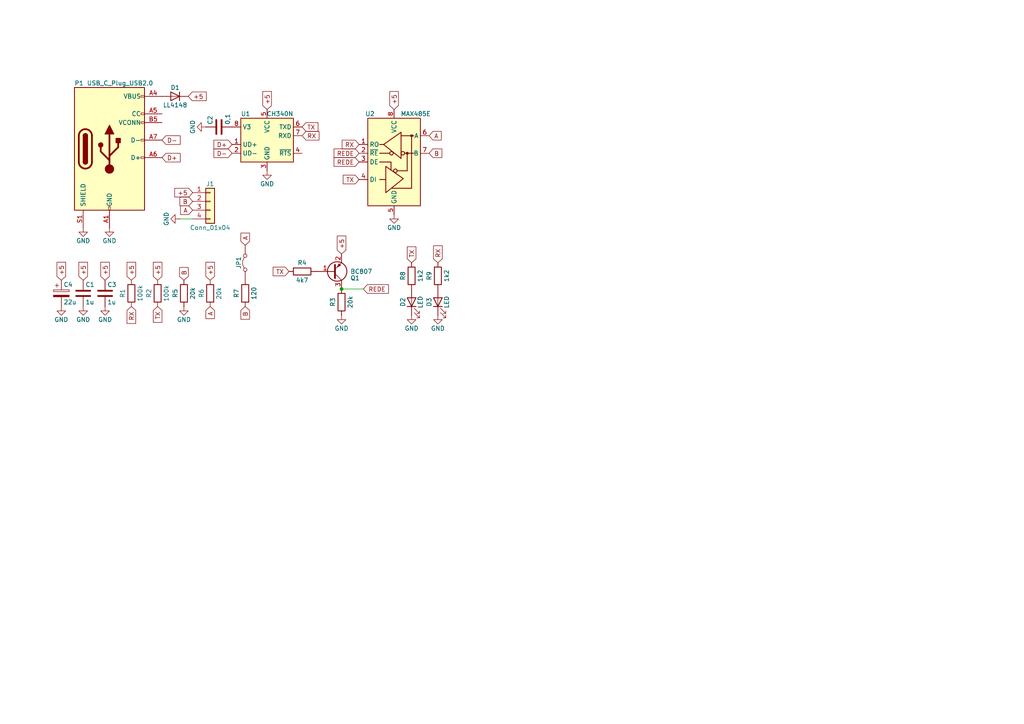
<source format=kicad_sch>
(kicad_sch (version 20231120) (generator "eeschema") (generator_version "8.0")
  (paper "A4")
  (lib_symbols
    (symbol "Connector:USB_C_Plug_USB2.0" (pin_names (offset 1.016))
      (property "Reference" "P" (at -10.16 19.05 0))
      (property "Value" "USB_C_Plug_USB2.0" (at 12.7 19.05 0))
      (symbol "USB_C_Plug_USB2.0_0_0"
        (rectangle (start -0.254 -17.78) (end 0.254 -16.764))
        (rectangle (start 10.16 -2.286) (end 9.144 -2.794))
        (rectangle (start 10.16 2.794) (end 9.144 2.286))
        (rectangle (start 10.16 7.874) (end 9.144 7.366))
        (rectangle (start 10.16 10.414) (end 9.144 9.906))
        (rectangle (start 10.16 15.494) (end 9.144 14.986))
      )
      (symbol "USB_C_Plug_USB2.0_0_1"
        (rectangle (start -10.16 17.78) (end 10.16 -17.78) (stroke (width 0.254)) (fill (type background)))
        (arc (start -8.89 -3.81) (mid -6.985 -5.7067) (end -5.08 -3.81) (stroke (width 0.508)))
        (arc (start -7.62 -3.81) (mid -6.985 -4.4423) (end -6.35 -3.81) (stroke (width 0.254)))
        (arc (start -7.62 -3.81) (mid -6.985 -4.4423) (end -6.35 -3.81) (stroke (width 0.254)) (fill (type outline)))
        (rectangle (start -7.62 -3.81) (end -6.35 3.81) (stroke (width 0.254)) (fill (type outline)))
        (arc (start -6.35 3.81) (mid -6.985 4.4423) (end -7.62 3.81) (stroke (width 0.254)))
        (arc (start -6.35 3.81) (mid -6.985 4.4423) (end -7.62 3.81) (stroke (width 0.254)) (fill (type outline)))
        (arc (start -5.08 3.81) (mid -6.985 5.7067) (end -8.89 3.81) (stroke (width 0.508)))
        (circle (center -2.54 1.143) (radius 0.635) (stroke (width 0.254)) (fill (type outline)))
        (circle (center 0 -5.842) (radius 1.27) (fill (type outline)))
        (polyline (pts (xy -8.89 -3.81) (xy -8.89 3.81)) (stroke (width 0.508)))
        (polyline (pts (xy -5.08 3.81) (xy -5.08 -3.81)) (stroke (width 0.508)))
        (polyline (pts (xy 0 -5.842) (xy 0 4.318)) (stroke (width 0.508)))
        (polyline (pts (xy 0 -3.302) (xy -2.54 -0.762) (xy -2.54 0.508)) (stroke (width 0.508)))
        (polyline (pts (xy 0 -2.032) (xy 2.54 0.508) (xy 2.54 1.778)) (stroke (width 0.508)))
        (polyline (pts (xy -1.27 4.318) (xy 0 6.858) (xy 1.27 4.318) (xy -1.27 4.318)) (stroke (width 0.254)) (fill (type outline)))
        (rectangle (start 1.905 1.778) (end 3.175 3.048) (stroke (width 0.254)) (fill (type outline)))
      )
      (symbol "USB_C_Plug_USB2.0_1_1"
        (pin passive line (at 0 -22.86 90) (length 5.08) (name "GND") (number "A1"))
        (pin passive line (at 0 -22.86 90) (length 5.08) hide (name "GND") (number "A12"))
        (pin passive line (at 15.24 15.24 180) (length 5.08) (name "VBUS") (number "A4"))
        (pin bidirectional line (at 15.24 10.16 180) (length 5.08) (name "CC") (number "A5"))
        (pin bidirectional line (at 15.24 -2.54 180) (length 5.08) (name "D+") (number "A6"))
        (pin bidirectional line (at 15.24 2.54 180) (length 5.08) (name "D-") (number "A7"))
        (pin passive line (at 15.24 15.24 180) (length 5.08) hide (name "VBUS") (number "A9"))
        (pin passive line (at 0 -22.86 90) (length 5.08) hide (name "GND") (number "B1"))
        (pin passive line (at 0 -22.86 90) (length 5.08) hide (name "GND") (number "B12"))
        (pin passive line (at 15.24 15.24 180) (length 5.08) hide (name "VBUS") (number "B4"))
        (pin bidirectional line (at 15.24 7.62 180) (length 5.08) (name "VCONN") (number "B5"))
        (pin passive line (at 15.24 15.24 180) (length 5.08) hide (name "VBUS") (number "B9"))
        (pin passive line (at -7.62 -22.86 90) (length 5.08) (name "SHIELD") (number "S1"))
      )
    )
    (symbol "Connector_Generic:Conn_01x04" (pin_names (offset 1.016) hide)
      (property "Reference" "J" (at 0 5.08 0))
      (property "Value" "Conn_01x04" (at 0 -7.62 0))
      (symbol "Conn_01x04_1_1"
        (rectangle (start -1.27 -4.953) (end 0 -5.207) (stroke (width 0.1524)))
        (rectangle (start -1.27 -2.413) (end 0 -2.667) (stroke (width 0.1524)))
        (rectangle (start -1.27 0.127) (end 0 -0.127) (stroke (width 0.1524)))
        (rectangle (start -1.27 2.667) (end 0 2.413) (stroke (width 0.1524)))
        (rectangle (start -1.27 3.81) (end 1.27 -6.35) (stroke (width 0.254)) (fill (type background)))
        (pin passive line (at -5.08 2.54 0) (length 3.81) (name "Pin_1") (number "1"))
        (pin passive line (at -5.08 0 0) (length 3.81) (name "Pin_2") (number "2"))
        (pin passive line (at -5.08 -2.54 0) (length 3.81) (name "Pin_3") (number "3"))
        (pin passive line (at -5.08 -5.08 0) (length 3.81) (name "Pin_4") (number "4"))
      )
    )
    (symbol "Device:C" (pin_numbers hide) (pin_names (offset 0.254))
      (property "Reference" "C" (at 0.635 2.54 0))
      (property "Value" "C" (at 0.635 -2.54 0))
      (symbol "C_0_1"
        (polyline (pts (xy -2.032 -0.762) (xy 2.032 -0.762)) (stroke (width 0.508)))
        (polyline (pts (xy -2.032 0.762) (xy 2.032 0.762)) (stroke (width 0.508)))
      )
      (symbol "C_1_1"
        (pin passive line (at 0 3.81 270) (length 2.794) (name "~") (number "1"))
        (pin passive line (at 0 -3.81 90) (length 2.794) (name "~") (number "2"))
      )
    )
    (symbol "Device:C_Polarized" (pin_numbers hide) (pin_names (offset 0.254))
      (property "Reference" "C" (at 0.635 2.54 0))
      (property "Value" "C_Polarized" (at 0.635 -2.54 0))
      (symbol "C_Polarized_0_1"
        (rectangle (start -2.286 0.508) (end 2.286 1.016))
        (polyline (pts (xy -1.778 2.286) (xy -0.762 2.286)))
        (polyline (pts (xy -1.27 2.794) (xy -1.27 1.778)))
        (rectangle (start 2.286 -0.508) (end -2.286 -1.016) (fill (type outline)))
      )
      (symbol "C_Polarized_1_1"
        (pin passive line (at 0 3.81 270) (length 2.794) (name "~") (number "1"))
        (pin passive line (at 0 -3.81 90) (length 2.794) (name "~") (number "2"))
      )
    )
    (symbol "Device:LED" (pin_numbers hide) (pin_names (offset 1.016) hide)
      (property "Reference" "D" (at 0 2.54 0))
      (property "Value" "LED" (at 0 -2.54 0))
      (symbol "LED_0_1"
        (polyline (pts (xy -1.27 -1.27) (xy -1.27 1.27)) (stroke (width 0.254)))
        (polyline (pts (xy -1.27 0) (xy 1.27 0)))
        (polyline (pts (xy 1.27 -1.27) (xy 1.27 1.27) (xy -1.27 0) (xy 1.27 -1.27)) (stroke (width 0.254)))
        (polyline (pts (xy -3.048 -0.762) (xy -4.572 -2.286) (xy -3.81 -2.286) (xy -4.572 -2.286) (xy -4.572 -1.524)))
        (polyline (pts (xy -1.778 -0.762) (xy -3.302 -2.286) (xy -2.54 -2.286) (xy -3.302 -2.286) (xy -3.302 -1.524)))
      )
      (symbol "LED_1_1"
        (pin passive line (at -3.81 0 0) (length 2.54) (name "K") (number "1"))
        (pin passive line (at 3.81 0 180) (length 2.54) (name "A") (number "2"))
      )
    )
    (symbol "Device:R" (pin_numbers hide) (pin_names (offset 0))
      (property "Reference" "R" (at 2.032 0 90))
      (property "Value" "R" (at 0 0 90))
      (symbol "R_0_1"
        (rectangle (start -1.016 -2.54) (end 1.016 2.54) (stroke (width 0.254)))
      )
      (symbol "R_1_1"
        (pin passive line (at 0 3.81 270) (length 1.27) (name "~") (number "1"))
        (pin passive line (at 0 -3.81 90) (length 1.27) (name "~") (number "2"))
      )
    )
    (symbol "Diode:LL4148" (pin_numbers hide) (pin_names hide)
      (property "Reference" "D" (at 0 2.54 0))
      (property "Value" "LL4148" (at 0 -2.54 0))
      (symbol "LL4148_0_1"
        (polyline (pts (xy -1.27 1.27) (xy -1.27 -1.27)) (stroke (width 0.254)))
        (polyline (pts (xy 1.27 0) (xy -1.27 0)))
        (polyline (pts (xy 1.27 1.27) (xy 1.27 -1.27) (xy -1.27 0) (xy 1.27 1.27)) (stroke (width 0.254)))
      )
      (symbol "LL4148_1_1"
        (pin passive line (at -3.81 0 0) (length 2.54) (name "K") (number "1"))
        (pin passive line (at 3.81 0 180) (length 2.54) (name "A") (number "2"))
      )
    )
    (symbol "Interface_UART:MAX485E"
      (property "Reference" "U" (at -6.985 13.97 0))
      (property "Value" "MAX485E" (at 1.905 13.97 0))
      (symbol "MAX485E_0_1"
        (rectangle (start -7.62 12.7) (end 7.62 -12.7) (stroke (width 0.254)) (fill (type background)))
        (polyline (pts (xy -4.191 2.54) (xy -1.27 2.54)) (stroke (width 0.254)))
        (polyline (pts (xy -2.54 -5.08) (xy -4.191 -5.08)) (stroke (width 0.254)))
        (polyline (pts (xy -0.635 -7.62) (xy 5.08 -7.62)) (stroke (width 0.254)))
        (polyline (pts (xy 0.889 -2.54) (xy 3.81 -2.54)) (stroke (width 0.254)))
        (polyline (pts (xy 2.032 7.62) (xy 5.715 7.62)) (stroke (width 0.254)))
        (polyline (pts (xy 3.048 2.54) (xy 5.715 2.54)) (stroke (width 0.254)))
        (polyline (pts (xy 3.81 -2.54) (xy 3.81 2.54)) (stroke (width 0.254)))
        (polyline (pts (xy 5.08 -7.62) (xy 5.08 7.62)) (stroke (width 0.254)))
        (polyline (pts (xy -4.191 0) (xy -0.889 0) (xy -0.889 -2.286)) (stroke (width 0.254)))
        (polyline (pts (xy -3.175 5.08) (xy -4.191 5.08) (xy -4.064 5.08)) (stroke (width 0.254)))
        (polyline (pts (xy -2.413 -5.08) (xy -2.413 -1.27) (xy 2.667 -4.826) (xy -2.413 -8.89) (xy -2.413 -5.08)) (stroke (width 0.254)))
        (circle (center 0.381 -2.54) (radius 0.508) (stroke (width 0.254)))
        (circle (center 3.81 2.54) (radius 0.2794) (stroke (width 0.254)) (fill (type outline)))
      )
      (symbol "MAX485E_1_1"
        (circle (center -0.762 2.54) (radius 0.508) (stroke (width 0.254)))
        (polyline (pts (xy 2.032 4.826) (xy 2.032 8.636) (xy -3.048 5.08) (xy 2.032 1.016) (xy 2.032 4.826)) (stroke (width 0.254)))
        (circle (center 2.54 2.54) (radius 0.508) (stroke (width 0.254)))
        (circle (center 5.08 7.62) (radius 0.2794) (stroke (width 0.254)) (fill (type outline)))
        (pin output line (at -10.16 5.08 0) (length 2.54) (name "RO") (number "1"))
        (pin input line (at -10.16 2.54 0) (length 2.54) (name "~{RE}") (number "2"))
        (pin input line (at -10.16 0 0) (length 2.54) (name "DE") (number "3"))
        (pin input line (at -10.16 -5.08 0) (length 2.54) (name "DI") (number "4"))
        (pin power_in line (at 0 -15.24 90) (length 2.54) (name "GND") (number "5"))
        (pin bidirectional line (at 10.16 7.62 180) (length 2.54) (name "A") (number "6"))
        (pin bidirectional line (at 10.16 2.54 180) (length 2.54) (name "B") (number "7"))
        (pin power_in line (at 0 15.24 270) (length 2.54) (name "VCC") (number "8"))
      )
    )
    (symbol "Interface_USB:CH340N"
      (property "Reference" "U" (at -7.62 6.35 0))
      (property "Value" "CH340N" (at 7.62 6.35 0))
      (symbol "CH340N_0_1"
        (rectangle (start -7.62 5.08) (end 7.62 -7.62) (stroke (width 0.254)) (fill (type background)))
      )
      (symbol "CH340N_1_1"
        (pin bidirectional line (at -10.16 -2.54 0) (length 2.54) (name "UD+") (number "1"))
        (pin bidirectional line (at -10.16 -5.08 0) (length 2.54) (name "UD-") (number "2"))
        (pin power_in line (at 0 -10.16 90) (length 2.54) (name "GND") (number "3"))
        (pin output line (at 10.16 -5.08 180) (length 2.54) (name "~{RTS}") (number "4"))
        (pin power_in line (at 0 7.62 270) (length 2.54) (name "VCC") (number "5"))
        (pin output line (at 10.16 2.54 180) (length 2.54) (name "TXD") (number "6"))
        (pin input line (at 10.16 0 180) (length 2.54) (name "RXD") (number "7"))
        (pin passive line (at -10.16 2.54 0) (length 2.54) (name "V3") (number "8"))
      )
    )
    (symbol "Jumper:Jumper_2_Bridged" (pin_numbers hide) (pin_names (offset 0) hide) (exclude_from_sim yes)
      (property "Reference" "JP" (at 0 1.905 0))
      (property "Value" "Jumper_2_Bridged" (at 0 -2.54 0))
      (symbol "Jumper_2_Bridged_0_0"
        (circle (center -2.032 0) (radius 0.508))
        (circle (center 2.032 0) (radius 0.508))
      )
      (symbol "Jumper_2_Bridged_0_1"
        (arc (start 1.524 0.254) (mid 0 0.762) (end -1.524 0.254))
      )
      (symbol "Jumper_2_Bridged_1_1"
        (pin passive line (at -5.08 0 0) (length 2.54) (name "A") (number "1"))
        (pin passive line (at 5.08 0 180) (length 2.54) (name "B") (number "2"))
      )
    )
    (symbol "Transistor_BJT:BC807" (pin_names (offset 0) hide)
      (property "Reference" "Q" (at 5.08 1.905 0))
      (property "Value" "BC807" (at 5.08 0 0))
      (symbol "BC807_0_1"
        (polyline (pts (xy 0.635 0.635) (xy 2.54 2.54)))
        (polyline (pts (xy 0.635 -0.635) (xy 2.54 -2.54) (xy 2.54 -2.54)))
        (polyline (pts (xy 0.635 1.905) (xy 0.635 -1.905) (xy 0.635 -1.905)) (stroke (width 0.508)))
        (polyline (pts (xy 2.286 -1.778) (xy 1.778 -2.286) (xy 1.27 -1.27) (xy 2.286 -1.778) (xy 2.286 -1.778)) (fill (type outline)))
        (circle (center 1.27 0) (radius 2.8194) (stroke (width 0.254)))
      )
      (symbol "BC807_1_1"
        (pin input line (at -5.08 0 0) (length 5.715) (name "B") (number "1"))
        (pin passive line (at 2.54 -5.08 90) (length 2.54) (name "E") (number "2"))
        (pin passive line (at 2.54 5.08 270) (length 2.54) (name "C") (number "3"))
      )
    )
    (symbol "power:GND" (power) (pin_numbers hide) (pin_names (offset 0) hide)
      (property "Value" "GND" (at 0 -3.81 0))
      (symbol "GND_0_1"
        (polyline (pts (xy 0 0) (xy 0 -1.27) (xy 1.27 -1.27) (xy 0 -2.54) (xy -1.27 -1.27) (xy 0 -1.27)))
      )
      (symbol "GND_1_1"
        (pin power_in line (at 0 0 270) (length 0) (name "~") (number "1"))
      )
    )
  )
  (junction (at 99.06 83.82))
  (wire (pts (xy 105.41 83.82) (xy 99.06 83.82)))
  (wire (pts (xy 52.07 63.5) (xy 55.88 63.5)))
  (global_label "RX" (shape input) (at 38.1 88.9 270) (property "Intersheetrefs" "${INTERSHEET_REFS}" (effects (hide yes))))
  (global_label "B" (shape input) (at 124.46 44.45 0) (property "Intersheetrefs" "${INTERSHEET_REFS}" (effects (hide yes))))
  (global_label "+5" (shape input) (at 24.13 81.28 90) (property "Intersheetrefs" "${INTERSHEET_REFS}" (effects (hide yes))))
  (global_label "A" (shape input) (at 124.46 39.37 0) (property "Intersheetrefs" "${INTERSHEET_REFS}" (effects (hide yes))))
  (global_label "REDE" (shape input) (at 104.14 44.45 180) (property "Intersheetrefs" "${INTERSHEET_REFS}" (effects (hide yes))))
  (global_label "+5" (shape input) (at 60.96 81.28 90) (property "Intersheetrefs" "${INTERSHEET_REFS}" (effects (hide yes))))
  (global_label "D-" (shape input) (at 46.99 40.64 0) (property "Intersheetrefs" "${INTERSHEET_REFS}" (effects (hide yes))))
  (global_label "B" (shape input) (at 53.34 81.28 90) (property "Intersheetrefs" "${INTERSHEET_REFS}" (effects (hide yes))))
  (global_label "A" (shape input) (at 60.96 88.9 270) (property "Intersheetrefs" "${INTERSHEET_REFS}" (effects (hide yes))))
  (global_label "TX" (shape input) (at 104.14 52.07 180) (property "Intersheetrefs" "${INTERSHEET_REFS}" (effects (hide yes))))
  (global_label "REDE" (shape input) (at 105.41 83.82 0) (property "Intersheetrefs" "${INTERSHEET_REFS}" (effects (hide yes))))
  (global_label "+5" (shape input) (at 55.88 55.88 180) (property "Intersheetrefs" "${INTERSHEET_REFS}" (effects (hide yes))))
  (global_label "TX" (shape input) (at 119.38 76.2 90) (property "Intersheetrefs" "${INTERSHEET_REFS}" (effects (hide yes))))
  (global_label "RX" (shape input) (at 104.14 41.91 180) (property "Intersheetrefs" "${INTERSHEET_REFS}" (effects (hide yes))))
  (global_label "TX" (shape input) (at 83.82 78.74 180) (property "Intersheetrefs" "${INTERSHEET_REFS}" (effects (hide yes))))
  (global_label "+5" (shape input) (at 99.06 73.66 90) (property "Intersheetrefs" "${INTERSHEET_REFS}" (effects (hide yes))))
  (global_label "+5" (shape input) (at 114.3 31.75 90) (property "Intersheetrefs" "${INTERSHEET_REFS}" (effects (hide yes))))
  (global_label "A" (shape input) (at 71.12 71.12 90) (property "Intersheetrefs" "${INTERSHEET_REFS}" (effects (hide yes))))
  (global_label "+5" (shape input) (at 45.72 81.28 90) (property "Intersheetrefs" "${INTERSHEET_REFS}" (effects (hide yes))))
  (global_label "RX" (shape input) (at 127 76.2 90) (property "Intersheetrefs" "${INTERSHEET_REFS}" (effects (hide yes))))
  (global_label "A" (shape input) (at 55.88 60.96 180) (property "Intersheetrefs" "${INTERSHEET_REFS}" (effects (hide yes))))
  (global_label "+5" (shape input) (at 38.1 81.28 90) (property "Intersheetrefs" "${INTERSHEET_REFS}" (effects (hide yes))))
  (global_label "B" (shape input) (at 71.12 88.9 270) (property "Intersheetrefs" "${INTERSHEET_REFS}" (effects (hide yes))))
  (global_label "TX" (shape input) (at 87.63 36.83 0) (property "Intersheetrefs" "${INTERSHEET_REFS}" (effects (hide yes))))
  (global_label "RX" (shape input) (at 87.63 39.37 0) (property "Intersheetrefs" "${INTERSHEET_REFS}" (effects (hide yes))))
  (global_label "D+" (shape input) (at 67.31 41.91 180) (property "Intersheetrefs" "${INTERSHEET_REFS}" (effects (hide yes))))
  (global_label "D-" (shape input) (at 67.31 44.45 180) (property "Intersheetrefs" "${INTERSHEET_REFS}" (effects (hide yes))))
  (global_label "+5" (shape input) (at 17.78 81.28 90) (property "Intersheetrefs" "${INTERSHEET_REFS}" (effects (hide yes))))
  (global_label "+5" (shape input) (at 54.61 27.94 0) (property "Intersheetrefs" "${INTERSHEET_REFS}" (effects (hide yes))))
  (global_label "+5" (shape input) (at 77.47 31.75 90) (property "Intersheetrefs" "${INTERSHEET_REFS}" (effects (hide yes))))
  (global_label "TX" (shape input) (at 45.72 88.9 270) (property "Intersheetrefs" "${INTERSHEET_REFS}" (effects (hide yes))))
  (global_label "B" (shape input) (at 55.88 58.42 180) (property "Intersheetrefs" "${INTERSHEET_REFS}" (effects (hide yes))))
  (global_label "+5" (shape input) (at 30.48 81.28 90) (property "Intersheetrefs" "${INTERSHEET_REFS}" (effects (hide yes))))
  (global_label "D+" (shape input) (at 46.99 45.72 0) (property "Intersheetrefs" "${INTERSHEET_REFS}" (effects (hide yes))))
  (global_label "REDE" (shape input) (at 104.14 46.99 180) (property "Intersheetrefs" "${INTERSHEET_REFS}" (effects (hide yes))))
  (symbol (lib_id "Device:R") (at 71.12 85.09 0) (mirror y) (unit 1)
    (property "Reference" "R7" (at 68.58 85.09 90))
    (property "Value" "120" (at 73.66 85.09 90))
    (property "Footprint" "Resistor_SMD:R_1206_3216Metric" (effects (hide yes)))
    (property "Description" "Resistor" (effects (hide yes)))
  )
  (symbol (lib_id "Connector_Generic:Conn_01x04") (at 60.96 58.42 0) (unit 1)
    (property "Reference" "J1" (at 60.96 53.34 0))
    (property "Value" "Conn_01x04" (at 60.96 66.04 0))
    (property "Footprint" "TerminalBlock:TerminalBlock_bornier-4_P5.08mm" (effects (hide yes)))
    (property "Description" "Generic connector, single row, 01x04, script generated (kicad-library-utils/schlib/autogen/connector/)" (effects (hide yes)))
  )
  (symbol (lib_id "Device:C") (at 63.5 36.83 90) (unit 1)
    (property "Reference" "C2" (at 60.96 36.195 0) (effects (justify left)))
    (property "Value" "0,1" (at 66.04 36.195 0) (effects (justify left)))
    (property "Footprint" "Capacitor_SMD:C_1206_3216Metric" (effects (hide yes)))
    (property "Description" "Unpolarized capacitor" (effects (hide yes)))
  )
  (symbol (lib_id "Connector:USB_C_Plug_USB2.0") (at 31.75 43.18 0) (unit 1)
    (property "Reference" "P1" (at 21.59 24.13 0) (effects (justify left)))
    (property "Value" "USB_C_Plug_USB2.0" (at 44.45 24.13 0) (effects (justify right)))
    (property "Footprint" "Connector_USB:USB_C_Plug_JAE_DX07P024AJ1" (effects (hide yes)))
    (property "Datasheet" "https://www.usb.org/sites/default/files/documents/usb_type-c.zip" (effects (hide yes)))
    (property "Description" "USB 2.0-only Type-C Plug connector" (effects (hide yes)))
  )
  (symbol (lib_id "power:GND") (at 114.3 62.23 0) (unit 1)
    (property "Reference" "#PWR05" (effects (hide yes)))
    (property "Value" "GND" (at 114.3 66.04 0))
    (property "Description" "Power symbol creates a global label with name \"GND\" , ground" (effects (hide yes)))
  )
  (symbol (lib_id "power:GND") (at 99.06 91.44 0) (unit 1)
    (property "Reference" "#PWR08" (effects (hide yes)))
    (property "Value" "GND" (at 99.06 95.25 0))
    (property "Description" "Power symbol creates a global label with name \"GND\" , ground" (effects (hide yes)))
  )
  (symbol (lib_id "Interface_UART:MAX485E") (at 114.3 46.99 0) (unit 1)
    (property "Reference" "U2" (at 107.315 33.02 0))
    (property "Value" "MAX485E" (at 116.205 33.02 0) (effects (justify left)))
    (property "Footprint" "Package_SO:SOIC-8_3.9x4.9mm_P1.27mm" (effects (hide yes)))
    (property "Datasheet" "https://datasheets.maximintegrated.com/en/ds/MAX1487E-MAX491E.pdf" (effects (hide yes)))
    (property "Description" "Half duplex RS-485/RS-422, 2.5 Mbps, ±15kV electro-static discharge (ESD) protection, no slew-rate, no low-power shutdown, with receiver/driver enable, 32 receiver drive capability, DIP-8 and SOIC-8" (effects (hide yes)))
  )
  (symbol (lib_id "Device:R") (at 99.06 87.63 0) (mirror y) (unit 1)
    (property "Reference" "R3" (at 96.52 87.63 90))
    (property "Value" "20k" (at 101.6 87.63 90))
    (property "Footprint" "Resistor_SMD:R_1206_3216Metric" (effects (hide yes)))
    (property "Description" "Resistor" (effects (hide yes)))
  )
  (symbol (lib_id "Jumper:Jumper_2_Bridged") (at 71.12 76.2 90) (unit 1) (exclude_from_sim yes)
    (property "Reference" "JP1" (at 69.215 76.2 0))
    (property "Value" "Jumper_2_Bridged" (effects (hide yes)))
    (property "Footprint" "Connector_PinHeader_2.54mm:PinHeader_1x02_P2.54mm_Vertical" (effects (hide yes)))
    (property "Description" "Jumper, 2-pole, closed/bridged" (effects (hide yes)))
  )
  (symbol (lib_id "power:GND") (at 24.13 88.9 0) (unit 1)
    (property "Reference" "#PWR06" (effects (hide yes)))
    (property "Value" "GND" (at 24.13 92.71 0))
    (property "Description" "Power symbol creates a global label with name \"GND\" , ground" (effects (hide yes)))
  )
  (symbol (lib_id "Device:R") (at 38.1 85.09 0) (mirror y) (unit 1)
    (property "Reference" "R1" (at 35.56 85.09 90))
    (property "Value" "100k" (at 40.64 85.09 90))
    (property "Footprint" "Resistor_SMD:R_1206_3216Metric" (effects (hide yes)))
    (property "Description" "Resistor" (effects (hide yes)))
  )
  (symbol (lib_id "Device:C_Polarized") (at 17.78 85.09 0) (unit 1)
    (property "Reference" "C4" (at 18.415 82.55 0) (effects (justify left)))
    (property "Value" "22u" (at 18.415 87.63 0) (effects (justify left)))
    (property "Footprint" "Capacitor_Tantalum_SMD:CP_EIA-3528-21_Kemet-B" (effects (hide yes)))
    (property "Description" "Polarized capacitor" (effects (hide yes)))
  )
  (symbol (lib_id "Device:LED") (at 119.38 87.63 90) (unit 1)
    (property "Reference" "D2" (at 116.84 87.63 0))
    (property "Value" "LED" (at 121.92 87.63 0))
    (property "Footprint" "LED_SMD:LED_1206_3216Metric" (effects (hide yes)))
    (property "Description" "Light emitting diode" (effects (hide yes)))
  )
  (symbol (lib_id "Device:R") (at 53.34 85.09 0) (mirror y) (unit 1)
    (property "Reference" "R5" (at 50.8 85.09 90))
    (property "Value" "20k" (at 55.88 85.09 90))
    (property "Footprint" "Resistor_SMD:R_1206_3216Metric" (effects (hide yes)))
    (property "Description" "Resistor" (effects (hide yes)))
  )
  (symbol (lib_id "power:GND") (at 53.34 88.9 0) (unit 1)
    (property "Reference" "#PWR09" (effects (hide yes)))
    (property "Value" "GND" (at 53.34 92.71 0))
    (property "Description" "Power symbol creates a global label with name \"GND\" , ground" (effects (hide yes)))
  )
  (symbol (lib_id "power:GND") (at 77.47 49.53 0) (unit 1)
    (property "Reference" "#PWR01" (effects (hide yes)))
    (property "Value" "GND" (at 77.47 53.34 0))
    (property "Description" "Power symbol creates a global label with name \"GND\" , ground" (effects (hide yes)))
  )
  (symbol (lib_id "Device:R") (at 119.38 80.01 0) (mirror y) (unit 1)
    (property "Reference" "R8" (at 116.84 80.01 90))
    (property "Value" "1k2" (at 121.92 80.01 90))
    (property "Footprint" "Resistor_SMD:R_1206_3216Metric" (effects (hide yes)))
    (property "Description" "Resistor" (effects (hide yes)))
  )
  (symbol (lib_id "Device:C") (at 24.13 85.09 0) (unit 1)
    (property "Reference" "C1" (at 24.765 82.55 0) (effects (justify left)))
    (property "Value" "1u" (at 24.765 87.63 0) (effects (justify left)))
    (property "Footprint" "Capacitor_SMD:C_1206_3216Metric" (effects (hide yes)))
    (property "Description" "Unpolarized capacitor" (effects (hide yes)))
  )
  (symbol (lib_id "power:GND") (at 30.48 88.9 0) (unit 1)
    (property "Reference" "#PWR07" (effects (hide yes)))
    (property "Value" "GND" (at 30.48 92.71 0))
    (property "Description" "Power symbol creates a global label with name \"GND\" , ground" (effects (hide yes)))
  )
  (symbol (lib_id "Device:R") (at 60.96 85.09 0) (mirror y) (unit 1)
    (property "Reference" "R6" (at 58.42 85.09 90))
    (property "Value" "20k" (at 63.5 85.09 90))
    (property "Footprint" "Resistor_SMD:R_1206_3216Metric" (effects (hide yes)))
    (property "Description" "Resistor" (effects (hide yes)))
  )
  (symbol (lib_id "power:GND") (at 127 91.44 0) (unit 1)
    (property "Reference" "#PWR011" (effects (hide yes)))
    (property "Value" "GND" (at 127 95.25 0))
    (property "Description" "Power symbol creates a global label with name \"GND\" , ground" (effects (hide yes)))
  )
  (symbol (lib_id "power:GND") (at 24.13 66.04 0) (unit 1)
    (property "Reference" "#PWR03" (effects (hide yes)))
    (property "Value" "GND" (at 24.13 69.85 0))
    (property "Description" "Power symbol creates a global label with name \"GND\" , ground" (effects (hide yes)))
  )
  (symbol (lib_id "power:GND") (at 119.38 91.44 0) (unit 1)
    (property "Reference" "#PWR010" (effects (hide yes)))
    (property "Value" "GND" (at 119.38 95.25 0))
    (property "Description" "Power symbol creates a global label with name \"GND\" , ground" (effects (hide yes)))
  )
  (symbol (lib_id "power:GND") (at 59.69 36.83 270) (unit 1)
    (property "Reference" "#PWR04" (effects (hide yes)))
    (property "Value" "GND" (at 55.88 36.83 0))
    (property "Description" "Power symbol creates a global label with name \"GND\" , ground" (effects (hide yes)))
  )
  (symbol (lib_id "power:GND") (at 31.75 66.04 0) (unit 1)
    (property "Reference" "#PWR02" (effects (hide yes)))
    (property "Value" "GND" (at 31.75 69.85 0))
    (property "Description" "Power symbol creates a global label with name \"GND\" , ground" (effects (hide yes)))
  )
  (symbol (lib_id "Interface_USB:CH340N") (at 77.47 39.37 0) (unit 1)
    (property "Reference" "U1" (at 69.85 33.02 0) (effects (justify left)))
    (property "Value" "CH340N" (at 85.09 33.02 0) (effects (justify right)))
    (property "Footprint" "Package_SO:SOP-8_3.9x4.9mm_P1.27mm" (effects (hide yes)))
    (property "Datasheet" "https://aitendo3.sakura.ne.jp/aitendo_data/product_img/ic/inteface/CH340N/ch340n.pdf" (effects (hide yes)))
    (property "Description" "USB serial converter, 2Mbps, UART, SOP-8" (effects (hide yes)))
  )
  (symbol (lib_id "power:GND") (at 17.78 88.9 0) (unit 1)
    (property "Reference" "#PWR012" (effects (hide yes)))
    (property "Value" "GND" (at 17.78 92.71 0))
    (property "Description" "Power symbol creates a global label with name \"GND\" , ground" (effects (hide yes)))
  )
  (symbol (lib_id "power:GND") (at 52.07 63.5 270) (unit 1)
    (property "Reference" "#PWR013" (effects (hide yes)))
    (property "Value" "GND" (at 48.26 63.5 0))
    (property "Description" "Power symbol creates a global label with name \"GND\" , ground" (effects (hide yes)))
  )
  (symbol (lib_id "Device:R") (at 45.72 85.09 0) (mirror y) (unit 1)
    (property "Reference" "R2" (at 43.18 85.09 90))
    (property "Value" "100k" (at 48.26 85.09 90))
    (property "Footprint" "Resistor_SMD:R_1206_3216Metric" (effects (hide yes)))
    (property "Description" "Resistor" (effects (hide yes)))
  )
  (symbol (lib_id "Transistor_BJT:BC807") (at 96.52 78.74 0) (mirror x) (unit 1)
    (property "Reference" "Q1" (at 101.6 80.645 0) (effects (justify left)))
    (property "Value" "BC807" (at 101.6 78.74 0) (effects (justify left)))
    (property "Footprint" "Package_TO_SOT_SMD:SOT-23" (effects (hide yes)))
    (property "Datasheet" "https://www.onsemi.com/pub/Collateral/BC808-D.pdf" (effects (hide yes)))
    (property "Description" "0.8A Ic, 45V Vce, PNP Transistor, SOT-23" (effects (hide yes)))
  )
  (symbol (lib_id "Device:R") (at 127 80.01 0) (mirror y) (unit 1)
    (property "Reference" "R9" (at 124.46 80.01 90))
    (property "Value" "1k2" (at 129.54 80.01 90))
    (property "Footprint" "Resistor_SMD:R_1206_3216Metric" (effects (hide yes)))
    (property "Description" "Resistor" (effects (hide yes)))
  )
  (symbol (lib_id "Device:LED") (at 127 87.63 90) (unit 1)
    (property "Reference" "D3" (at 124.46 87.63 0))
    (property "Value" "LED" (at 129.54 87.63 0))
    (property "Footprint" "LED_SMD:LED_1206_3216Metric" (effects (hide yes)))
    (property "Description" "Light emitting diode" (effects (hide yes)))
  )
  (symbol (lib_id "Device:C") (at 30.48 85.09 0) (unit 1)
    (property "Reference" "C3" (at 31.115 82.55 0) (effects (justify left)))
    (property "Value" "1u" (at 31.115 87.63 0) (effects (justify left)))
    (property "Footprint" "Capacitor_SMD:C_1206_3216Metric" (effects (hide yes)))
    (property "Description" "Unpolarized capacitor" (effects (hide yes)))
  )
  (symbol (lib_id "Device:R") (at 87.63 78.74 90) (unit 1)
    (property "Reference" "R4" (at 87.63 76.2 90))
    (property "Value" "4k7" (at 87.63 81.28 90))
    (property "Footprint" "Resistor_SMD:R_1206_3216Metric" (effects (hide yes)))
    (property "Description" "Resistor" (effects (hide yes)))
  )
  (symbol (lib_id "Diode:LL4148") (at 50.8 27.94 0) (mirror y) (unit 1)
    (property "Reference" "D1" (at 50.8 25.4 0))
    (property "Value" "LL4148" (at 50.8 30.48 0))
    (property "Footprint" "Diode_SMD:D_MiniMELF" (effects (hide yes)))
    (property "Datasheet" "http://www.vishay.com/docs/85557/ll4148.pdf" (effects (hide yes)))
    (property "Description" "100V 0.15A standard switching diode, MiniMELF" (effects (hide yes)))
    (property "Sim.Device" "D" (effects (hide yes)))
    (property "Sim.Pins" "1=K 2=A" (effects (hide yes)))
  )
)
</source>
